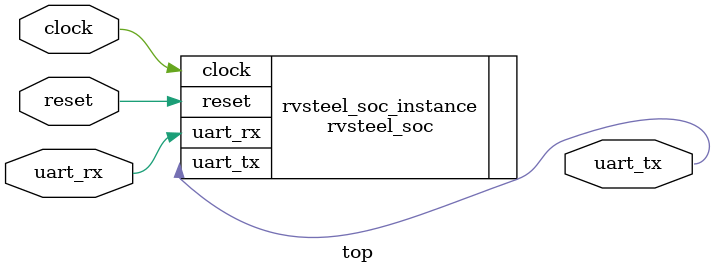
<source format=v>
/**************************************************************************************************

MIT License

Copyright (c) RISC-V Steel Project

Permission is hereby granted, free of charge, to any person obtaining a copy
of this software and associated documentation files (the "Software"), to deal
in the Software without restriction, including without limitation the rights
to use, copy, modify, merge, publish, distribute, sublicense, and/or sell
copies of the Software, and to permit persons to whom the Software is
furnished to do so, subject to the following conditions:

The above copyright notice and this permission notice shall be included in all
copies or substantial portions of the Software.

THE SOFTWARE IS PROVIDED "AS IS", WITHOUT WARRANTY OF ANY KIND, EXPRESS OR
IMPLIED, INCLUDING BUT NOT LIMITED TO THE WARRANTIES OF MERCHANTABILITY,
FITNESS FOR A PARTICULAR PURPOSE AND NONINFRINGEMENT. IN NO EVENT SHALL THE
AUTHORS OR COPYRIGHT HOLDERS BE LIABLE FOR ANY CLAIM, DAMAGES OR OTHER
LIABILITY, WHETHER IN AN ACTION OF CONTRACT, TORT OR OTHERWISE, ARISING FROM,
OUT OF OR IN CONNECTION WITH THE SOFTWARE OR THE USE OR OTHER DEALINGS IN THE
SOFTWARE.

**************************************************************************************************/

/**************************************************************************************************

Project Name:  RISC-V Steel Hello World Demo for Tang Nano 20K
Project Repo:  github.com/riscv-steel/riscv-steel
Author:        github.com/JN513

Top Module:    top
 
**************************************************************************************************/

module top (

  input   wire clock,
  input   wire reset,
  input   wire uart_rx,
  output  wire uart_tx

  );

  rvsteel_soc #(

    .CLOCK_FREQUENCY          (27000000           ),
    .UART_BAUD_RATE           (9600               ),
    .MEMORY_SIZE              (4096               ),
    .MEMORY_INIT_FILE         ("hello-world.hex"  ),
    .BOOT_ADDRESS             (32'h00000000       )

  ) rvsteel_soc_instance (
    
    .clock                    (clock              ),
    .reset                    (reset              ),
    .uart_rx                  (uart_rx            ),
    .uart_tx                  (uart_tx            )

  );

endmodule

</source>
